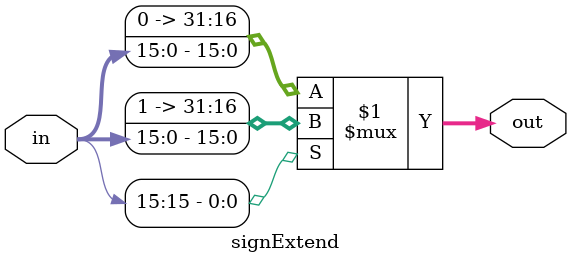
<source format=v>
`timescale 1ns / 1ps
module signExtend(input [15:0]in,
						output [31:0]out
    );

	assign out = in[15] ? {16'hffff,in} : {16'b0,in};

endmodule

</source>
